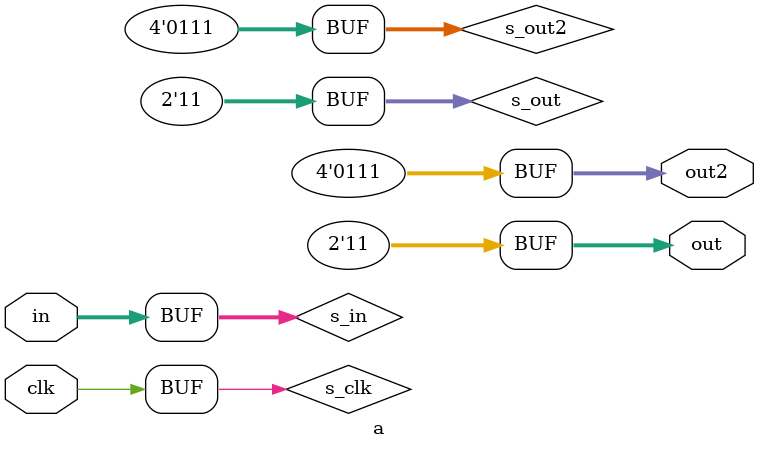
<source format=v>
`include "defines.v"

module a(in,
         out,
         out2,
         clk);
// Location of source csl unit: file name = tb_test.csl line number = 1
  input [3 - 1:0] in;
  input clk;
  output [2 - 1:0] out;
  output [4 - 1:0] out2;
  wire [3 - 1:0] s_in;
  wire [2 - 1:0] s_out;
  wire [4 - 1:0] s_out2;
  wire s_clk;
  assign   s_out = 2'b11;
  assign   s_out2 = 4'b0111;
  assign   s_in = in;
  assign   out = s_out;
  assign   out2 = s_out2;
  assign   s_clk = clk;
  `include "a.logic.vh"
endmodule


</source>
